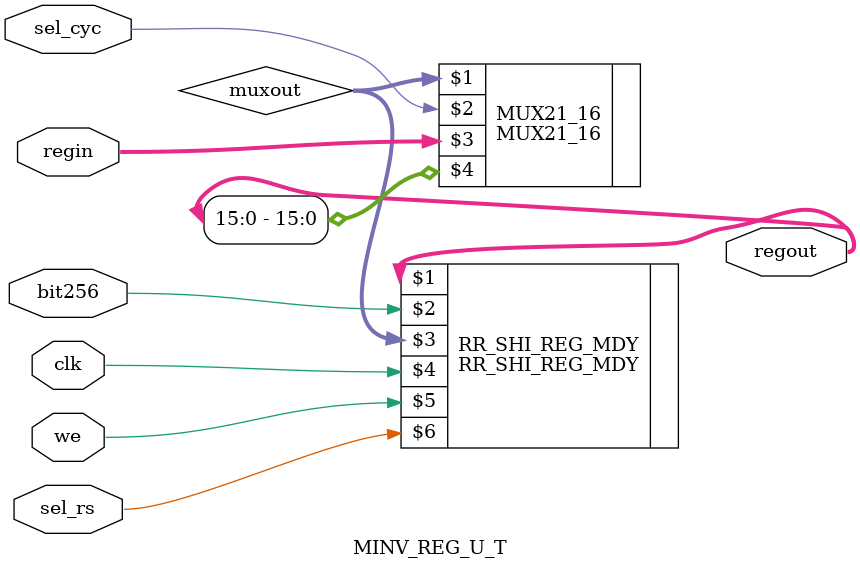
<source format=v>
module  MINV_REG_U_T(regout,bit256,regin,clk,we,sel_cyc,sel_rs);
  output [255:0] regout;
  input [15:0] regin;
  input  clk,we,sel_cyc,sel_rs,bit256;
  wire [15:0] muxout;        

  //sel_cyc=0,select regin;sel_cyc=1,select regout[15:0].
  MUX21_16  MUX21_16(muxout,sel_cyc,regin,regout[15:0]);
  
  //sel_rs=0,select muxout;sel_rs=1,select right shift 1bit.
  RR_SHI_REG_MDY  RR_SHI_REG_MDY(regout,bit256,muxout,clk,we,sel_rs);
endmodule
</source>
